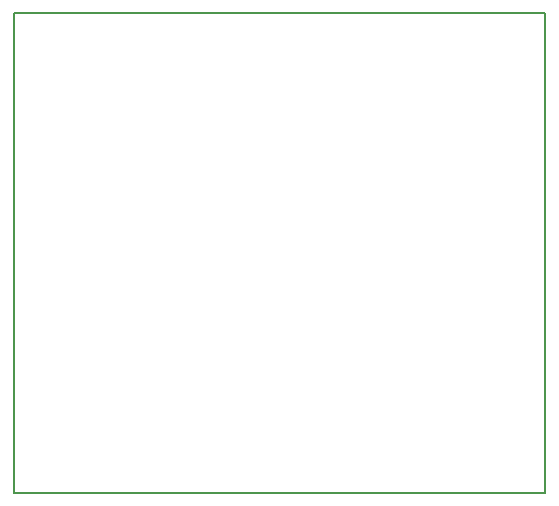
<source format=gbr>
G04 #@! TF.FileFunction,Profile,NP*
%FSLAX46Y46*%
G04 Gerber Fmt 4.6, Leading zero omitted, Abs format (unit mm)*
G04 Created by KiCad (PCBNEW 4.0.7) date 05/16/22 10:03:27*
%MOMM*%
%LPD*%
G01*
G04 APERTURE LIST*
%ADD10C,0.100000*%
%ADD11C,0.150000*%
G04 APERTURE END LIST*
D10*
D11*
X178562000Y-94996000D02*
X223520000Y-94996000D01*
X178562000Y-54356000D02*
X178562000Y-94996000D01*
X223520000Y-54356000D02*
X178562000Y-54356000D01*
X223520000Y-54356000D02*
X223520000Y-94996000D01*
M02*

</source>
